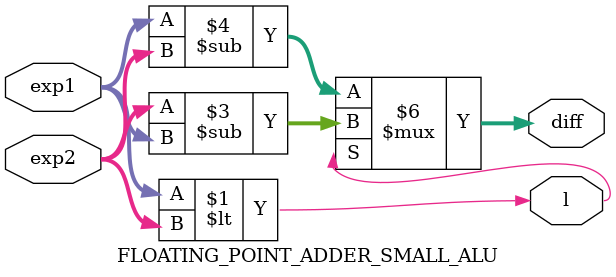
<source format=v>

`timescale 1ns/1ps

module FLOATING_POINT_ADDER_SMALL_ALU(l, diff, exp1, exp2);
	input[7:0] exp1, exp2;
	output l;
	output reg[7:0] diff;

	assign l = (exp1 < exp2);

	always @(*) begin
		if (l)
			diff = exp2 - exp1;
		else
			diff = exp1 - exp2;
	end
endmodule

</source>
